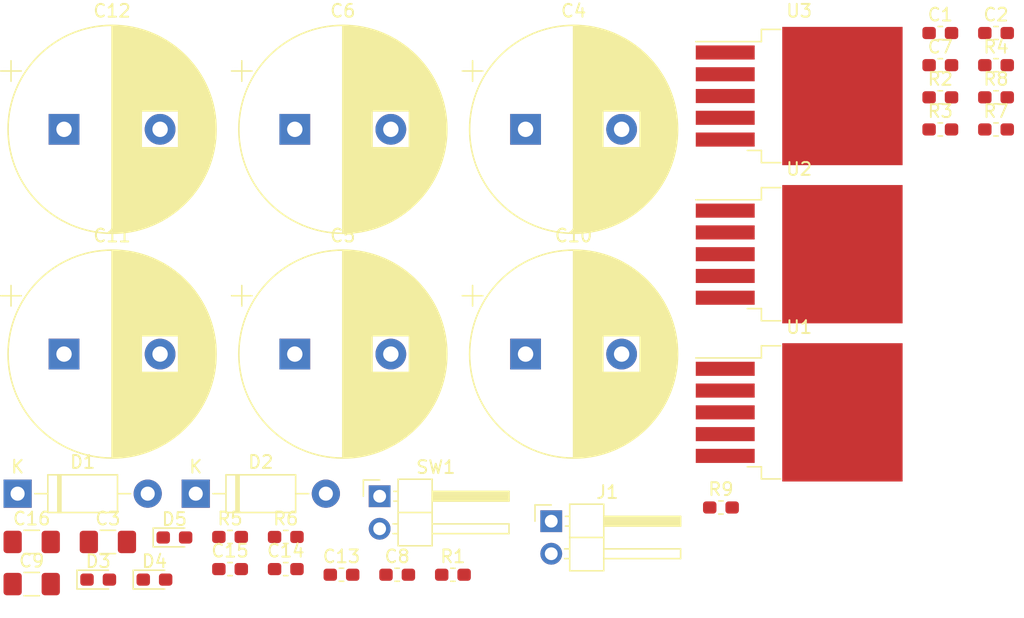
<source format=kicad_pcb>
(kicad_pcb (version 20171130) (host pcbnew "(5.1.4)-1")
  (layers (0 F.Cu signal) (31 B.Cu signal) (34 B.Paste user) (35 F.Paste user) (36 B.SilkS user) (37 F.SilkS user) (38 B.Mask user) (39 F.Mask user) (44 Edge.Cuts user))
  (net 0 "")
  (net 1 GND)
  (net 2 /P12VAC_RECT)
  (net 3 +3V3)
  (net 4 +12V)
  (net 5 /N12VAC_RECT)
  (net 6 "Net-(C14-Pad2)")
  (net 7 -12V)
  (net 8 /12VAC_SW)
  (net 9 "Net-(D3-Pad1)")
  (net 10 "Net-(D4-Pad1)")
  (net 11 "Net-(D5-Pad2)")
  (net 12 /12VAC)
  (net 13 "Net-(R1-Pad1)")
  (net 14 "Net-(R3-Pad1)")
  (net 15 "Net-(U1-Pad1)")
  (net 16 "Net-(U2-Pad1)")
  (module Package_TO_SOT_SMD:TO-263-5_TabPin3 (layer F.Cu) (at 121.06 59.53)
    (fp_text reference U3 (at 0 -6.65) (layer F.SilkS))
    (fp_text value LT3015Q)
    (pad 3 smd rect (at 3.375 0) (size 9.4 10.8) (layers F.Cu F.Mask) (net 5 /N12VAC_RECT))
    (pad 5 smd rect (at -5.775 3.4) (size 4.6 1.1) (layers F.Cu F.Paste F.Mask) (net 7 -12V))
    (pad 4 smd rect (at -5.775 1.7) (size 4.6 1.1) (layers F.Cu F.Paste F.Mask) (net 6 "Net-(C14-Pad2)"))
    (pad 3 smd rect (at -5.775 0) (size 4.6 1.1) (layers F.Cu F.Paste F.Mask) (net 5 /N12VAC_RECT))
    (pad 2 smd rect (at -5.775 -1.7) (size 4.6 1.1) (layers F.Cu F.Paste F.Mask) (net 1 GND))
    (pad 1 smd rect (at -5.775 -3.4) (size 4.6 1.1) (layers F.Cu F.Paste F.Mask) (net 5 /N12VAC_RECT))
  )
  (module Package_TO_SOT_SMD:TO-263-5_TabPin3 (layer F.Cu) (at 121.06 71.88)
    (fp_text reference U2 (at 0 -6.65) (layer F.SilkS))
    (fp_text value LT3080xQ)
    (pad 3 smd rect (at 3.375 0) (size 9.4 10.8) (layers F.Cu F.Mask) (net 4 +12V))
    (pad 5 smd rect (at -5.775 3.4) (size 4.6 1.1) (layers F.Cu F.Paste F.Mask) (net 2 /P12VAC_RECT))
    (pad 4 smd rect (at -5.775 1.7) (size 4.6 1.1) (layers F.Cu F.Paste F.Mask) (net 2 /P12VAC_RECT))
    (pad 3 smd rect (at -5.775 0) (size 4.6 1.1) (layers F.Cu F.Paste F.Mask) (net 4 +12V))
    (pad 2 smd rect (at -5.775 -1.7) (size 4.6 1.1) (layers F.Cu F.Paste F.Mask) (net 14 "Net-(R3-Pad1)"))
    (pad 1 smd rect (at -5.775 -3.4) (size 4.6 1.1) (layers F.Cu F.Paste F.Mask) (net 16 "Net-(U2-Pad1)"))
  )
  (module Package_TO_SOT_SMD:TO-263-5_TabPin3 (layer F.Cu) (at 121.06 84.23)
    (fp_text reference U1 (at 0 -6.65) (layer F.SilkS))
    (fp_text value LT3080xQ)
    (pad 3 smd rect (at 3.375 0) (size 9.4 10.8) (layers F.Cu F.Mask) (net 3 +3V3))
    (pad 5 smd rect (at -5.775 3.4) (size 4.6 1.1) (layers F.Cu F.Paste F.Mask) (net 2 /P12VAC_RECT))
    (pad 4 smd rect (at -5.775 1.7) (size 4.6 1.1) (layers F.Cu F.Paste F.Mask) (net 2 /P12VAC_RECT))
    (pad 3 smd rect (at -5.775 0) (size 4.6 1.1) (layers F.Cu F.Paste F.Mask) (net 3 +3V3))
    (pad 2 smd rect (at -5.775 -1.7) (size 4.6 1.1) (layers F.Cu F.Paste F.Mask) (net 13 "Net-(R1-Pad1)"))
    (pad 1 smd rect (at -5.775 -3.4) (size 4.6 1.1) (layers F.Cu F.Paste F.Mask) (net 15 "Net-(U1-Pad1)"))
  )
  (module Connector_PinHeader_2.54mm:PinHeader_1x02_P2.54mm_Horizontal (layer F.Cu) (at 88.3 90.78)
    (fp_text reference SW1 (at 4.385 -2.27) (layer F.SilkS))
    (fp_text value SW_SPST)
    (pad 2 thru_hole oval (at 0 2.54) (size 1.7 1.7) (drill 1) (layers *.Cu *.Mask) (net 8 /12VAC_SW))
    (pad 1 thru_hole rect (at 0 0) (size 1.7 1.7) (drill 1) (layers *.Cu *.Mask) (net 12 /12VAC))
  )
  (module Resistor_SMD:R_0603_1608Metric_Pad1.05x0.95mm_HandSolder (layer F.Cu) (at 114.95 91.66)
    (fp_text reference R9 (at 0 -1.43) (layer F.SilkS))
    (fp_text value 1k)
    (pad 2 smd roundrect (at 0.875 0) (size 1.05 0.95) (layers F.Cu F.Paste F.Mask) (net 11 "Net-(D5-Pad2)"))
    (pad 1 smd roundrect (at -0.875 0) (size 1.05 0.95) (layers F.Cu F.Paste F.Mask) (net 1 GND))
  )
  (module Resistor_SMD:R_0603_1608Metric_Pad1.05x0.95mm_HandSolder (layer F.Cu) (at 136.43 59.63)
    (fp_text reference R8 (at 0 -1.43) (layer F.SilkS))
    (fp_text value 1k)
    (pad 2 smd roundrect (at 0.875 0) (size 1.05 0.95) (layers F.Cu F.Paste F.Mask) (net 10 "Net-(D4-Pad1)"))
    (pad 1 smd roundrect (at -0.875 0) (size 1.05 0.95) (layers F.Cu F.Paste F.Mask) (net 1 GND))
  )
  (module Resistor_SMD:R_0603_1608Metric_Pad1.05x0.95mm_HandSolder (layer F.Cu) (at 136.43 62.14)
    (fp_text reference R7 (at 0 -1.43) (layer F.SilkS))
    (fp_text value 330)
    (pad 2 smd roundrect (at 0.875 0) (size 1.05 0.95) (layers F.Cu F.Paste F.Mask) (net 9 "Net-(D3-Pad1)"))
    (pad 1 smd roundrect (at -0.875 0) (size 1.05 0.95) (layers F.Cu F.Paste F.Mask) (net 1 GND))
  )
  (module Resistor_SMD:R_0603_1608Metric_Pad1.05x0.95mm_HandSolder (layer F.Cu) (at 80.97 93.96)
    (fp_text reference R6 (at 0 -1.43) (layer F.SilkS))
    (fp_text value 12.1k)
    (pad 2 smd roundrect (at 0.875 0) (size 1.05 0.95) (layers F.Cu F.Paste F.Mask) (net 1 GND))
    (pad 1 smd roundrect (at -0.875 0) (size 1.05 0.95) (layers F.Cu F.Paste F.Mask) (net 6 "Net-(C14-Pad2)"))
  )
  (module Resistor_SMD:R_0603_1608Metric_Pad1.05x0.95mm_HandSolder (layer F.Cu) (at 76.62 93.96)
    (fp_text reference R5 (at 0 -1.43) (layer F.SilkS))
    (fp_text value 107K)
    (pad 2 smd roundrect (at 0.875 0) (size 1.05 0.95) (layers F.Cu F.Paste F.Mask) (net 6 "Net-(C14-Pad2)"))
    (pad 1 smd roundrect (at -0.875 0) (size 1.05 0.95) (layers F.Cu F.Paste F.Mask) (net 7 -12V))
  )
  (module Resistor_SMD:R_0603_1608Metric_Pad1.05x0.95mm_HandSolder (layer F.Cu) (at 136.43 57.12)
    (fp_text reference R4 (at 0 -1.43) (layer F.SilkS))
    (fp_text value 12.1k)
    (pad 2 smd roundrect (at 0.875 0) (size 1.05 0.95) (layers F.Cu F.Paste F.Mask) (net 1 GND))
    (pad 1 smd roundrect (at -0.875 0) (size 1.05 0.95) (layers F.Cu F.Paste F.Mask) (net 4 +12V))
  )
  (module Resistor_SMD:R_0603_1608Metric_Pad1.05x0.95mm_HandSolder (layer F.Cu) (at 132.08 62.14)
    (fp_text reference R3 (at 0 -1.43) (layer F.SilkS))
    (fp_text value 1.2Meg)
    (pad 2 smd roundrect (at 0.875 0) (size 1.05 0.95) (layers F.Cu F.Paste F.Mask) (net 1 GND))
    (pad 1 smd roundrect (at -0.875 0) (size 1.05 0.95) (layers F.Cu F.Paste F.Mask) (net 14 "Net-(R3-Pad1)"))
  )
  (module Resistor_SMD:R_0603_1608Metric_Pad1.05x0.95mm_HandSolder (layer F.Cu) (at 132.08 59.63)
    (fp_text reference R2 (at 0 -1.43) (layer F.SilkS))
    (fp_text value 12.1k)
    (pad 2 smd roundrect (at 0.875 0) (size 1.05 0.95) (layers F.Cu F.Paste F.Mask) (net 1 GND))
    (pad 1 smd roundrect (at -0.875 0) (size 1.05 0.95) (layers F.Cu F.Paste F.Mask) (net 3 +3V3))
  )
  (module Resistor_SMD:R_0603_1608Metric_Pad1.05x0.95mm_HandSolder (layer F.Cu) (at 94.02 96.91)
    (fp_text reference R1 (at 0 -1.43) (layer F.SilkS))
    (fp_text value 330k)
    (pad 2 smd roundrect (at 0.875 0) (size 1.05 0.95) (layers F.Cu F.Paste F.Mask) (net 1 GND))
    (pad 1 smd roundrect (at -0.875 0) (size 1.05 0.95) (layers F.Cu F.Paste F.Mask) (net 13 "Net-(R1-Pad1)"))
  )
  (module Connector_PinHeader_2.54mm:PinHeader_1x02_P2.54mm_Horizontal (layer F.Cu) (at 101.7 92.73)
    (fp_text reference J1 (at 4.385 -2.27) (layer F.SilkS))
    (fp_text value Barrel_Jack)
    (pad 2 thru_hole oval (at 0 2.54) (size 1.7 1.7) (drill 1) (layers *.Cu *.Mask) (net 1 GND))
    (pad 1 thru_hole rect (at 0 0) (size 1.7 1.7) (drill 1) (layers *.Cu *.Mask) (net 12 /12VAC))
  )
  (module LED_SMD:LED_0603_1608Metric_Pad1.05x0.95mm_HandSolder (layer F.Cu) (at 72.275 94)
    (fp_text reference D5 (at 0 -1.43) (layer F.SilkS))
    (fp_text value LED)
    (pad 2 smd roundrect (at 0.875 0) (size 1.05 0.95) (layers F.Cu F.Paste F.Mask) (net 11 "Net-(D5-Pad2)"))
    (pad 1 smd roundrect (at -0.875 0) (size 1.05 0.95) (layers F.Cu F.Paste F.Mask) (net 7 -12V))
  )
  (module LED_SMD:LED_0603_1608Metric_Pad1.05x0.95mm_HandSolder (layer F.Cu) (at 70.715 97.29)
    (fp_text reference D4 (at 0 -1.43) (layer F.SilkS))
    (fp_text value LED)
    (pad 2 smd roundrect (at 0.875 0) (size 1.05 0.95) (layers F.Cu F.Paste F.Mask) (net 4 +12V))
    (pad 1 smd roundrect (at -0.875 0) (size 1.05 0.95) (layers F.Cu F.Paste F.Mask) (net 10 "Net-(D4-Pad1)"))
  )
  (module LED_SMD:LED_0603_1608Metric_Pad1.05x0.95mm_HandSolder (layer F.Cu) (at 66.325 97.29)
    (fp_text reference D3 (at 0 -1.43) (layer F.SilkS))
    (fp_text value LED)
    (pad 2 smd roundrect (at 0.875 0) (size 1.05 0.95) (layers F.Cu F.Paste F.Mask) (net 3 +3V3))
    (pad 1 smd roundrect (at -0.875 0) (size 1.05 0.95) (layers F.Cu F.Paste F.Mask) (net 9 "Net-(D3-Pad1)"))
  )
  (module Diode_THT:D_DO-41_SOD81_P10.16mm_Horizontal (layer F.Cu) (at 73.94 90.58)
    (fp_text reference D2 (at 5.08 -2.47) (layer F.SilkS))
    (fp_text value 1N4004)
    (fp_text user K (at 0 -2.1) (layer F.SilkS))
    (pad 2 thru_hole oval (at 10.16 0) (size 2.2 2.2) (drill 1.1) (layers *.Cu *.Mask) (net 5 /N12VAC_RECT))
    (pad 1 thru_hole rect (at 0 0) (size 2.2 2.2) (drill 1.1) (layers *.Cu *.Mask) (net 8 /12VAC_SW))
  )
  (module Diode_THT:D_DO-41_SOD81_P10.16mm_Horizontal (layer F.Cu) (at 60.03 90.58)
    (fp_text reference D1 (at 5.08 -2.47) (layer F.SilkS))
    (fp_text value 1N4004)
    (fp_text user K (at 0 -2.1) (layer F.SilkS))
    (pad 2 thru_hole oval (at 10.16 0) (size 2.2 2.2) (drill 1.1) (layers *.Cu *.Mask) (net 8 /12VAC_SW))
    (pad 1 thru_hole rect (at 0 0) (size 2.2 2.2) (drill 1.1) (layers *.Cu *.Mask) (net 2 /P12VAC_RECT))
  )
  (module Capacitor_SMD:C_1206_3216Metric_Pad1.42x1.75mm_HandSolder (layer F.Cu) (at 61.13 94.35)
    (fp_text reference C16 (at 0 -1.82) (layer F.SilkS))
    (fp_text value 10uF)
    (pad 2 smd roundrect (at 1.4875 0) (size 1.425 1.75) (layers F.Cu F.Paste F.Mask) (roundrect_rratio 0.175439) (net 1 GND))
    (pad 1 smd roundrect (at -1.4875 0) (size 1.425 1.75) (layers F.Cu F.Paste F.Mask) (roundrect_rratio 0.175439) (net 7 -12V))
  )
  (module Capacitor_SMD:C_0603_1608Metric_Pad1.05x0.95mm_HandSolder (layer F.Cu) (at 76.62 96.47)
    (fp_text reference C15 (at 0 -1.43) (layer F.SilkS))
    (fp_text value 1uF)
    (pad 2 smd roundrect (at 0.875 0) (size 1.05 0.95) (layers F.Cu F.Paste F.Mask) (net 1 GND))
    (pad 1 smd roundrect (at -0.875 0) (size 1.05 0.95) (layers F.Cu F.Paste F.Mask) (net 7 -12V))
  )
  (module Capacitor_SMD:C_0603_1608Metric_Pad1.05x0.95mm_HandSolder (layer F.Cu) (at 80.97 96.47)
    (fp_text reference C14 (at 0 -1.43) (layer F.SilkS))
    (fp_text value 10nF)
    (pad 2 smd roundrect (at 0.875 0) (size 1.05 0.95) (layers F.Cu F.Paste F.Mask) (net 6 "Net-(C14-Pad2)"))
    (pad 1 smd roundrect (at -0.875 0) (size 1.05 0.95) (layers F.Cu F.Paste F.Mask) (net 7 -12V))
  )
  (module Capacitor_SMD:C_0603_1608Metric_Pad1.05x0.95mm_HandSolder (layer F.Cu) (at 85.32 96.91)
    (fp_text reference C13 (at 0 -1.43) (layer F.SilkS))
    (fp_text value 1uF)
    (pad 2 smd roundrect (at 0.875 0) (size 1.05 0.95) (layers F.Cu F.Paste F.Mask) (net 1 GND))
    (pad 1 smd roundrect (at -0.875 0) (size 1.05 0.95) (layers F.Cu F.Paste F.Mask) (net 5 /N12VAC_RECT))
  )
  (module Capacitor_THT:CP_Radial_D16.0mm_P7.50mm (layer F.Cu) (at 63.654491 62.13)
    (fp_text reference C12 (at 3.75 -9.25) (layer F.SilkS))
    (fp_text value 3300uF)
    (pad 2 thru_hole circle (at 7.5 0) (size 2.4 2.4) (drill 1.2) (layers *.Cu *.Mask) (net 1 GND))
    (pad 1 thru_hole rect (at 0 0) (size 2.4 2.4) (drill 1.2) (layers *.Cu *.Mask) (net 5 /N12VAC_RECT))
  )
  (module Capacitor_THT:CP_Radial_D16.0mm_P7.50mm (layer F.Cu) (at 63.654491 79.68)
    (fp_text reference C11 (at 3.75 -9.25) (layer F.SilkS))
    (fp_text value 3300uF)
    (pad 2 thru_hole circle (at 7.5 0) (size 2.4 2.4) (drill 1.2) (layers *.Cu *.Mask) (net 1 GND))
    (pad 1 thru_hole rect (at 0 0) (size 2.4 2.4) (drill 1.2) (layers *.Cu *.Mask) (net 5 /N12VAC_RECT))
  )
  (module Capacitor_THT:CP_Radial_D16.0mm_P7.50mm (layer F.Cu) (at 99.694491 79.68)
    (fp_text reference C10 (at 3.75 -9.25) (layer F.SilkS))
    (fp_text value 3300uF)
    (pad 2 thru_hole circle (at 7.5 0) (size 2.4 2.4) (drill 1.2) (layers *.Cu *.Mask) (net 1 GND))
    (pad 1 thru_hole rect (at 0 0) (size 2.4 2.4) (drill 1.2) (layers *.Cu *.Mask) (net 5 /N12VAC_RECT))
  )
  (module Capacitor_SMD:C_1206_3216Metric_Pad1.42x1.75mm_HandSolder (layer F.Cu) (at 61.13 97.64)
    (fp_text reference C9 (at 0 -1.82) (layer F.SilkS))
    (fp_text value 10uF)
    (pad 2 smd roundrect (at 1.4875 0) (size 1.425 1.75) (layers F.Cu F.Paste F.Mask) (roundrect_rratio 0.175439) (net 1 GND))
    (pad 1 smd roundrect (at -1.4875 0) (size 1.425 1.75) (layers F.Cu F.Paste F.Mask) (roundrect_rratio 0.175439) (net 4 +12V))
  )
  (module Capacitor_SMD:C_0603_1608Metric_Pad1.05x0.95mm_HandSolder (layer F.Cu) (at 89.67 96.91)
    (fp_text reference C8 (at 0 -1.43) (layer F.SilkS))
    (fp_text value 1uF)
    (pad 2 smd roundrect (at 0.875 0) (size 1.05 0.95) (layers F.Cu F.Paste F.Mask) (net 1 GND))
    (pad 1 smd roundrect (at -0.875 0) (size 1.05 0.95) (layers F.Cu F.Paste F.Mask) (net 4 +12V))
  )
  (module Capacitor_SMD:C_0603_1608Metric_Pad1.05x0.95mm_HandSolder (layer F.Cu) (at 132.08 57.12)
    (fp_text reference C7 (at 0 -1.43) (layer F.SilkS))
    (fp_text value 1uF)
    (pad 2 smd roundrect (at 0.875 0) (size 1.05 0.95) (layers F.Cu F.Paste F.Mask) (net 1 GND))
    (pad 1 smd roundrect (at -0.875 0) (size 1.05 0.95) (layers F.Cu F.Paste F.Mask) (net 2 /P12VAC_RECT))
  )
  (module Capacitor_THT:CP_Radial_D16.0mm_P7.50mm (layer F.Cu) (at 81.674491 62.13)
    (fp_text reference C6 (at 3.75 -9.25) (layer F.SilkS))
    (fp_text value 3300uF)
    (pad 2 thru_hole circle (at 7.5 0) (size 2.4 2.4) (drill 1.2) (layers *.Cu *.Mask) (net 1 GND))
    (pad 1 thru_hole rect (at 0 0) (size 2.4 2.4) (drill 1.2) (layers *.Cu *.Mask) (net 2 /P12VAC_RECT))
  )
  (module Capacitor_THT:CP_Radial_D16.0mm_P7.50mm (layer F.Cu) (at 81.674491 79.68)
    (fp_text reference C5 (at 3.75 -9.25) (layer F.SilkS))
    (fp_text value 3300uF)
    (pad 2 thru_hole circle (at 7.5 0) (size 2.4 2.4) (drill 1.2) (layers *.Cu *.Mask) (net 1 GND))
    (pad 1 thru_hole rect (at 0 0) (size 2.4 2.4) (drill 1.2) (layers *.Cu *.Mask) (net 2 /P12VAC_RECT))
  )
  (module Capacitor_THT:CP_Radial_D16.0mm_P7.50mm (layer F.Cu) (at 99.694491 62.13)
    (fp_text reference C4 (at 3.75 -9.25) (layer F.SilkS))
    (fp_text value 3300uF)
    (pad 2 thru_hole circle (at 7.5 0) (size 2.4 2.4) (drill 1.2) (layers *.Cu *.Mask) (net 1 GND))
    (pad 1 thru_hole rect (at 0 0) (size 2.4 2.4) (drill 1.2) (layers *.Cu *.Mask) (net 2 /P12VAC_RECT))
  )
  (module Capacitor_SMD:C_1206_3216Metric_Pad1.42x1.75mm_HandSolder (layer F.Cu) (at 67.08 94.35)
    (fp_text reference C3 (at 0 -1.82) (layer F.SilkS))
    (fp_text value 10uF)
    (pad 2 smd roundrect (at 1.4875 0) (size 1.425 1.75) (layers F.Cu F.Paste F.Mask) (roundrect_rratio 0.175439) (net 1 GND))
    (pad 1 smd roundrect (at -1.4875 0) (size 1.425 1.75) (layers F.Cu F.Paste F.Mask) (roundrect_rratio 0.175439) (net 3 +3V3))
  )
  (module Capacitor_SMD:C_0603_1608Metric_Pad1.05x0.95mm_HandSolder (layer F.Cu) (at 136.43 54.61)
    (fp_text reference C2 (at 0 -1.43) (layer F.SilkS))
    (fp_text value 1uF)
    (pad 2 smd roundrect (at 0.875 0) (size 1.05 0.95) (layers F.Cu F.Paste F.Mask) (net 1 GND))
    (pad 1 smd roundrect (at -0.875 0) (size 1.05 0.95) (layers F.Cu F.Paste F.Mask) (net 3 +3V3))
  )
  (module Capacitor_SMD:C_0603_1608Metric_Pad1.05x0.95mm_HandSolder (layer F.Cu) (at 132.08 54.61)
    (fp_text reference C1 (at 0 -1.43) (layer F.SilkS))
    (fp_text value 1uF)
    (pad 2 smd roundrect (at 0.875 0) (size 1.05 0.95) (layers F.Cu F.Paste F.Mask) (net 1 GND))
    (pad 1 smd roundrect (at -0.875 0) (size 1.05 0.95) (layers F.Cu F.Paste F.Mask) (net 2 /P12VAC_RECT))
  )
)
</source>
